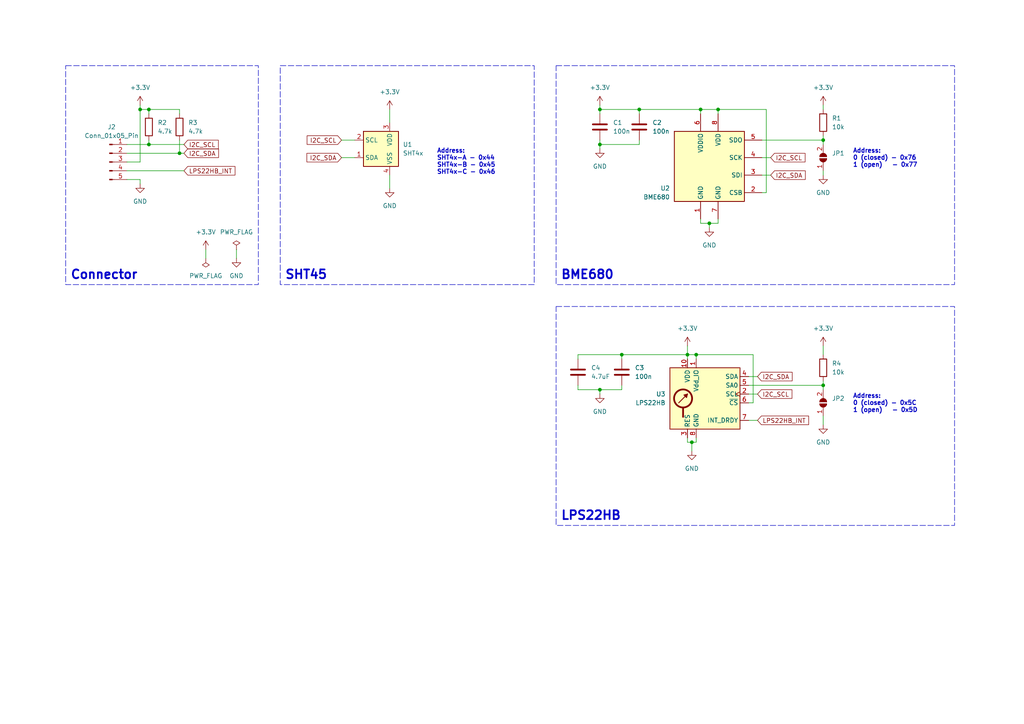
<source format=kicad_sch>
(kicad_sch (version 20230121) (generator eeschema)
  (paper "A4")
  (title_block (title "Enviroment Sensors") (date "2023-07-17") (rev "A"))
  (lib_symbols
    (symbol "Connector:Conn_01x05_Pin" (pin_names (offset 1.016) hide)
      (property "Reference" "J" (at 0 7.62 0))
      (property "Value" "Conn_01x05_Pin" (at 0 -7.62 0))
      (symbol "Conn_01x05_Pin_1_1"
        (polyline (pts (xy 1.27 -5.08) (xy 0.8636 -5.08)) (stroke (width 0.1524)))
        (polyline (pts (xy 1.27 -2.54) (xy 0.8636 -2.54)) (stroke (width 0.1524)))
        (polyline (pts (xy 1.27 0) (xy 0.8636 0)) (stroke (width 0.1524)))
        (polyline (pts (xy 1.27 2.54) (xy 0.8636 2.54)) (stroke (width 0.1524)))
        (polyline (pts (xy 1.27 5.08) (xy 0.8636 5.08)) (stroke (width 0.1524)))
        (rectangle (start 0.8636 -4.953) (end 0 -5.207) (stroke (width 0.1524)) (fill (type outline)))
        (rectangle (start 0.8636 -2.413) (end 0 -2.667) (stroke (width 0.1524)) (fill (type outline)))
        (rectangle (start 0.8636 0.127) (end 0 -0.127) (stroke (width 0.1524)) (fill (type outline)))
        (rectangle (start 0.8636 2.667) (end 0 2.413) (stroke (width 0.1524)) (fill (type outline)))
        (rectangle (start 0.8636 5.207) (end 0 4.953) (stroke (width 0.1524)) (fill (type outline)))
        (pin passive line (at 5.08 5.08 180) (length 3.81) (name "Pin_1") (number "1"))
        (pin passive line (at 5.08 2.54 180) (length 3.81) (name "Pin_2") (number "2"))
        (pin passive line (at 5.08 0 180) (length 3.81) (name "Pin_3") (number "3"))
        (pin passive line (at 5.08 -2.54 180) (length 3.81) (name "Pin_4") (number "4"))
        (pin passive line (at 5.08 -5.08 180) (length 3.81) (name "Pin_5") (number "5"))
      )
    )
    (symbol "Device:C" (pin_numbers hide) (pin_names (offset 0.254))
      (property "Reference" "C" (at 0.635 2.54 0))
      (property "Value" "C" (at 0.635 -2.54 0))
      (symbol "C_0_1"
        (polyline (pts (xy -2.032 -0.762) (xy 2.032 -0.762)) (stroke (width 0.508)))
        (polyline (pts (xy -2.032 0.762) (xy 2.032 0.762)) (stroke (width 0.508)))
      )
      (symbol "C_1_1"
        (pin passive line (at 0 3.81 270) (length 2.794) (name "~") (number "1"))
        (pin passive line (at 0 -3.81 90) (length 2.794) (name "~") (number "2"))
      )
    )
    (symbol "Device:R" (pin_numbers hide) (pin_names (offset 0))
      (property "Reference" "R" (at 2.032 0 90))
      (property "Value" "R" (at 0 0 90))
      (symbol "R_0_1"
        (rectangle (start -1.016 -2.54) (end 1.016 2.54) (stroke (width 0.254)))
      )
      (symbol "R_1_1"
        (pin passive line (at 0 3.81 270) (length 1.27) (name "~") (number "1"))
        (pin passive line (at 0 -3.81 90) (length 1.27) (name "~") (number "2"))
      )
    )
    (symbol "Jumper:SolderJumper_2_Open" (pin_names (offset 0) hide)
      (property "Reference" "JP" (at 0 2.032 0))
      (property "Value" "SolderJumper_2_Open" (at 0 -2.54 0))
      (symbol "SolderJumper_2_Open_0_1"
        (arc (start -0.254 1.016) (mid -1.2656 0) (end -0.254 -1.016))
        (arc (start -0.254 1.016) (mid -1.2656 0) (end -0.254 -1.016) (fill (type outline)))
        (polyline (pts (xy -0.254 1.016) (xy -0.254 -1.016)))
        (polyline (pts (xy 0.254 1.016) (xy 0.254 -1.016)))
        (arc (start 0.254 -1.016) (mid 1.2656 0) (end 0.254 1.016))
        (arc (start 0.254 -1.016) (mid 1.2656 0) (end 0.254 1.016) (fill (type outline)))
      )
      (symbol "SolderJumper_2_Open_1_1"
        (pin passive line (at -3.81 0 0) (length 2.54) (name "A") (number "1"))
        (pin passive line (at 3.81 0 180) (length 2.54) (name "B") (number "2"))
      )
    )
    (symbol "Sensor:BME680"
      (property "Reference" "U" (at -8.89 11.43 0))
      (property "Value" "BME680" (at 7.62 11.43 0))
      (symbol "BME680_0_1"
        (rectangle (start -10.16 10.16) (end 10.16 -10.16) (stroke (width 0.254)) (fill (type background)))
      )
      (symbol "BME680_1_1"
        (pin power_in line (at -2.54 -15.24 90) (length 5.08) (name "GND") (number "1"))
        (pin input line (at 15.24 -7.62 180) (length 5.08) (name "CSB") (number "2"))
        (pin bidirectional line (at 15.24 -2.54 180) (length 5.08) (name "SDI") (number "3"))
        (pin input line (at 15.24 2.54 180) (length 5.08) (name "SCK") (number "4"))
        (pin bidirectional line (at 15.24 7.62 180) (length 5.08) (name "SDO") (number "5"))
        (pin power_in line (at -2.54 15.24 270) (length 5.08) (name "VDDIO") (number "6"))
        (pin power_in line (at 2.54 -15.24 90) (length 5.08) (name "GND") (number "7"))
        (pin power_in line (at 2.54 15.24 270) (length 5.08) (name "VDD") (number "8"))
      )
    )
    (symbol "Sensor_Humidity:SHT4x"
      (property "Reference" "U" (at 0 8.89 0))
      (property "Value" "SHT4x" (at 0 6.35 0))
      (symbol "SHT4x_1_1"
        (rectangle (start -5.08 5.08) (end 5.08 -5.08) (stroke (width 0.254)) (fill (type background)))
        (pin bidirectional line (at -7.62 -2.54 0) (length 2.54) (name "SDA") (number "1"))
        (pin input line (at -7.62 2.54 0) (length 2.54) (name "SCL") (number "2"))
        (pin power_in line (at 2.54 7.62 270) (length 2.54) (name "VDD") (number "3"))
        (pin power_in line (at 2.54 -7.62 90) (length 2.54) (name "VSS") (number "4"))
      )
    )
    (symbol "Sensor_Pressure:LPS22HB"
      (property "Reference" "U" (at -11.43 1.27 0))
      (property "Value" "LPS22HB" (at -11.43 -1.27 0))
      (symbol "LPS22HB_0_1"
        (rectangle (start -10.16 10.16) (end 10.16 -7.62) (stroke (width 0.254)) (fill (type background)))
        (circle (center -6.35 1.27) (radius 2.6162) (stroke (width 0.508)))
        (polyline (pts (xy -7.62 0) (xy -5.08 2.54)) (stroke (width 0.254)))
        (polyline (pts (xy -6.35 -1.524) (xy -6.35 -4.064)) (stroke (width 0.508)))
        (polyline (pts (xy -5.08 2.54) (xy -5.334 1.524) (xy -6.096 2.286) (xy -5.08 2.54)) (stroke (width 0.254)) (fill (type outline)))
      )
      (symbol "LPS22HB_1_1"
        (pin power_in line (at -2.54 12.7 270) (length 2.54) (name "Vdd_IO") (number "1"))
        (pin power_in line (at -5.08 12.7 270) (length 2.54) (name "VDD") (number "10"))
        (pin input clock (at 12.7 2.54 180) (length 2.54) (name "SCL") (number "2"))
        (pin passive line (at -5.08 -10.16 90) (length 2.54) (name "RES") (number "3"))
        (pin bidirectional line (at 12.7 7.62 180) (length 2.54) (name "SDA") (number "4"))
        (pin input line (at 12.7 5.08 180) (length 2.54) (name "SA0") (number "5"))
        (pin input line (at 12.7 0 180) (length 2.54) (name "~{CS}") (number "6"))
        (pin output line (at 12.7 -5.08 180) (length 2.54) (name "INT_DRDY") (number "7"))
        (pin power_in line (at -2.54 -10.16 90) (length 2.54) (name "GND") (number "8"))
        (pin passive line (at -2.54 -10.16 90) (length 2.54) hide (name "GND") (number "9"))
      )
    )
    (symbol "power:+3.3V" (power) (pin_names (offset 0))
      (property "Value" "+3.3V" (at 0 3.556 0))
      (symbol "+3.3V_0_1"
        (polyline (pts (xy -0.762 1.27) (xy 0 2.54)))
        (polyline (pts (xy 0 0) (xy 0 2.54)))
        (polyline (pts (xy 0 2.54) (xy 0.762 1.27)))
      )
      (symbol "+3.3V_1_1"
        (pin power_in line (at 0 0 90) (length 0) hide (name "+3.3V") (number "1"))
      )
    )
    (symbol "power:GND" (power) (pin_names (offset 0))
      (property "Value" "GND" (at 0 -3.81 0))
      (symbol "GND_0_1"
        (polyline (pts (xy 0 0) (xy 0 -1.27) (xy 1.27 -1.27) (xy 0 -2.54) (xy -1.27 -1.27) (xy 0 -1.27)))
      )
      (symbol "GND_1_1"
        (pin power_in line (at 0 0 270) (length 0) hide (name "GND") (number "1"))
      )
    )
    (symbol "power:PWR_FLAG" (power) (pin_numbers hide) (pin_names (offset 0) hide)
      (property "Value" "PWR_FLAG" (at 0 3.81 0))
      (symbol "PWR_FLAG_0_0"
        (pin power_out line (at 0 0 90) (length 0) (name "pwr") (number "1"))
      )
      (symbol "PWR_FLAG_0_1"
        (polyline (pts (xy 0 0) (xy 0 1.27) (xy -1.016 1.905) (xy 0 2.54) (xy 1.016 1.905) (xy 0 1.27)))
      )
    )
  )
  (junction (at 203.2 31.75))
  (junction (at 185.42 31.75))
  (junction (at 40.64 31.75))
  (junction (at 180.34 102.87))
  (junction (at 208.28 31.75))
  (junction (at 238.76 111.76))
  (junction (at 52.07 44.45))
  (junction (at 205.74 64.77))
  (junction (at 173.99 31.75))
  (junction (at 199.39 102.87))
  (junction (at 173.99 41.91))
  (junction (at 238.76 40.64))
  (junction (at 43.18 41.91))
  (junction (at 173.99 113.03))
  (junction (at 201.93 102.87))
  (junction (at 200.66 128.27))
  (junction (at 43.18 31.75))
  (wire (pts (xy 205.74 66.04) (xy 205.74 64.77)))
  (wire (pts (xy 218.44 102.87) (xy 201.93 102.87)))
  (wire (pts (xy 199.39 102.87) (xy 199.39 104.14)))
  (wire (pts (xy 200.66 130.81) (xy 200.66 128.27)))
  (wire (pts (xy 40.64 30.48) (xy 40.64 31.75)))
  (wire (pts (xy 222.25 31.75) (xy 208.28 31.75)))
  (wire (pts (xy 167.64 102.87) (xy 167.64 104.14)))
  (wire (pts (xy 222.25 55.88) (xy 222.25 31.75)))
  (wire (pts (xy 173.99 41.91) (xy 173.99 43.18)))
  (wire (pts (xy 238.76 39.37) (xy 238.76 40.64)))
  (wire (pts (xy 52.07 40.64) (xy 52.07 44.45)))
  (wire (pts (xy 199.39 128.27) (xy 200.66 128.27)))
  (wire (pts (xy 185.42 31.75) (xy 203.2 31.75)))
  (wire (pts (xy 208.28 63.5) (xy 208.28 64.77)))
  (wire (pts (xy 167.64 111.76) (xy 167.64 113.03)))
  (wire (pts (xy 180.34 113.03) (xy 180.34 111.76)))
  (wire (pts (xy 203.2 64.77) (xy 205.74 64.77)))
  (wire (pts (xy 220.98 55.88) (xy 222.25 55.88)))
  (wire (pts (xy 199.39 100.33) (xy 199.39 102.87)))
  (wire (pts (xy 173.99 113.03) (xy 180.34 113.03)))
  (wire (pts (xy 113.03 50.8) (xy 113.03 54.61)))
  (wire (pts (xy 219.71 121.92) (xy 217.17 121.92)))
  (wire (pts (xy 36.83 52.07) (xy 40.64 52.07)))
  (wire (pts (xy 43.18 41.91) (xy 53.34 41.91)))
  (wire (pts (xy 220.98 40.64) (xy 238.76 40.64)))
  (wire (pts (xy 208.28 31.75) (xy 208.28 33.02)))
  (wire (pts (xy 203.2 63.5) (xy 203.2 64.77)))
  (wire (pts (xy 102.87 45.72) (xy 99.06 45.72)))
  (wire (pts (xy 36.83 49.53) (xy 53.34 49.53)))
  (wire (pts (xy 43.18 40.64) (xy 43.18 41.91)))
  (wire (pts (xy 217.17 111.76) (xy 238.76 111.76)))
  (wire (pts (xy 223.52 45.72) (xy 220.98 45.72)))
  (wire (pts (xy 173.99 114.3) (xy 173.99 113.03)))
  (wire (pts (xy 238.76 110.49) (xy 238.76 111.76)))
  (wire (pts (xy 59.69 72.39) (xy 59.69 74.93)))
  (wire (pts (xy 199.39 102.87) (xy 201.93 102.87)))
  (wire (pts (xy 203.2 33.02) (xy 203.2 31.75)))
  (wire (pts (xy 200.66 128.27) (xy 201.93 128.27)))
  (wire (pts (xy 167.64 102.87) (xy 180.34 102.87)))
  (wire (pts (xy 68.58 74.93) (xy 68.58 72.39)))
  (wire (pts (xy 180.34 102.87) (xy 199.39 102.87)))
  (wire (pts (xy 238.76 30.48) (xy 238.76 31.75)))
  (wire (pts (xy 203.2 31.75) (xy 208.28 31.75)))
  (wire (pts (xy 43.18 33.02) (xy 43.18 31.75)))
  (wire (pts (xy 238.76 100.33) (xy 238.76 102.87)))
  (wire (pts (xy 217.17 109.22) (xy 219.71 109.22)))
  (wire (pts (xy 238.76 49.53) (xy 238.76 50.8)))
  (wire (pts (xy 238.76 111.76) (xy 238.76 113.03)))
  (wire (pts (xy 217.17 116.84) (xy 218.44 116.84)))
  (wire (pts (xy 180.34 104.14) (xy 180.34 102.87)))
  (wire (pts (xy 113.03 31.75) (xy 113.03 35.56)))
  (wire (pts (xy 185.42 31.75) (xy 185.42 33.02)))
  (wire (pts (xy 223.52 50.8) (xy 220.98 50.8)))
  (wire (pts (xy 208.28 64.77) (xy 205.74 64.77)))
  (wire (pts (xy 40.64 53.34) (xy 40.64 52.07)))
  (wire (pts (xy 217.17 114.3) (xy 219.71 114.3)))
  (wire (pts (xy 173.99 33.02) (xy 173.99 31.75)))
  (wire (pts (xy 185.42 40.64) (xy 185.42 41.91)))
  (wire (pts (xy 52.07 44.45) (xy 53.34 44.45)))
  (wire (pts (xy 173.99 31.75) (xy 185.42 31.75)))
  (wire (pts (xy 40.64 31.75) (xy 40.64 46.99)))
  (wire (pts (xy 36.83 44.45) (xy 52.07 44.45)))
  (wire (pts (xy 201.93 102.87) (xy 201.93 104.14)))
  (wire (pts (xy 238.76 40.64) (xy 238.76 41.91)))
  (wire (pts (xy 36.83 46.99) (xy 40.64 46.99)))
  (wire (pts (xy 40.64 31.75) (xy 43.18 31.75)))
  (wire (pts (xy 167.64 113.03) (xy 173.99 113.03)))
  (wire (pts (xy 218.44 116.84) (xy 218.44 102.87)))
  (wire (pts (xy 36.83 41.91) (xy 43.18 41.91)))
  (wire (pts (xy 43.18 31.75) (xy 52.07 31.75)))
  (wire (pts (xy 173.99 41.91) (xy 185.42 41.91)))
  (wire (pts (xy 102.87 40.64) (xy 99.06 40.64)))
  (wire (pts (xy 173.99 41.91) (xy 173.99 40.64)))
  (wire (pts (xy 173.99 30.48) (xy 173.99 31.75)))
  (wire (pts (xy 201.93 127) (xy 201.93 128.27)))
  (wire (pts (xy 52.07 31.75) (xy 52.07 33.02)))
  (wire (pts (xy 238.76 120.65) (xy 238.76 123.19)))
  (wire (pts (xy 199.39 127) (xy 199.39 128.27)))
  (rectangle (start 161.29 88.9) (end 276.86 152.4) (stroke (width 0) (type dash)))
  (rectangle (start 19.05 19.05) (end 74.93 82.55) (stroke (width 0) (type dash)))
  (rectangle (start 81.28 19.05) (end 154.94 82.55) (stroke (width 0) (type dash)))
  (rectangle (start 161.29 19.05) (end 276.86 82.55) (stroke (width 0) (type dash)))
  (text_box "Address:\n0 (closed) - 0x76\n1 (open)   - 0x77" (at 246.38 41.91 0) (size 21.59 7.62) (stroke (width -0.0001)) (effects (font (size 1.27 1.27) bold) (justify left top)))
  (text_box "Address:\n0 (closed) - 0x5C\n1 (open)   - 0x5D" (at 246.38 113.03 0) (size 21.59 7.62) (stroke (width -0.0001)) (effects (font (size 1.27 1.27) bold) (justify left top)))
  (text_box "Address:\nSHT4x-A - 0x44\nSHT4x-B - 0x45\nSHT4x-C - 0x46" (at 125.73 41.91 0) (size 21.59 7.62) (stroke (width -0.0001)) (effects (font (size 1.27 1.27) bold) (justify left top)))
  (text "Connector" (at 20.32 81.28 0) (effects (font (size 2.54 2.54) (thickness 0.508) bold) (justify left bottom)))
  (text "BME680" (at 162.56 81.28 0) (effects (font (size 2.54 2.54) (thickness 0.508) bold) (justify left bottom)))
  (text "LPS22HB" (at 162.56 151.13 0) (effects (font (size 2.54 2.54) (thickness 0.508) bold) (justify left bottom)))
  (text "SHT45\n" (at 82.55 81.28 0) (effects (font (size 2.54 2.54) (thickness 0.508) bold) (justify left bottom)))
  (global_label "I2C_SDA" (shape input) (at 223.52 50.8 0) (property "Intersheetrefs" "${INTERSHEET_REFS}" (effects hide)))
  (global_label "I2C_SDA" (shape input) (at 219.71 109.22 0) (property "Intersheetrefs" "${INTERSHEET_REFS}" (effects hide)))
  (global_label "I2C_SCL" (shape input) (at 223.52 45.72 0) (property "Intersheetrefs" "${INTERSHEET_REFS}" (effects hide)))
  (global_label "I2C_SDA" (shape input) (at 53.34 44.45 0) (property "Intersheetrefs" "${INTERSHEET_REFS}" (effects hide)))
  (global_label "I2C_SCL" (shape input) (at 219.71 114.3 0) (property "Intersheetrefs" "${INTERSHEET_REFS}" (effects hide)))
  (global_label "LPS22HB_INT" (shape input) (at 219.71 121.92 0) (property "Intersheetrefs" "${INTERSHEET_REFS}" (effects hide)))
  (global_label "LPS22HB_INT" (shape input) (at 53.34 49.53 0) (property "Intersheetrefs" "${INTERSHEET_REFS}" (effects hide)))
  (global_label "I2C_SCL" (shape input) (at 99.06 40.64 180) (property "Intersheetrefs" "${INTERSHEET_REFS}" (effects hide)))
  (global_label "I2C_SDA" (shape input) (at 99.06 45.72 180) (property "Intersheetrefs" "${INTERSHEET_REFS}" (effects hide)))
  (global_label "I2C_SCL" (shape input) (at 53.34 41.91 0) (property "Intersheetrefs" "${INTERSHEET_REFS}" (effects hide)))
  (symbol (lib_id "Jumper:SolderJumper_2_Open") (at 238.76 45.72 90) (unit 1)
    (property "Reference" "JP1" (at 241.3 44.45 90) (effects (justify right)))
    (property "Value" "SolderJumper_2_Open" (effects hide))
    (property "Footprint" "Jumper:SolderJumper-2_P1.3mm_Open_TrianglePad1.0x1.5mm" (effects hide))
  )
  (symbol (lib_id "power:+3.3V") (at 40.64 30.48 0) (unit 1)
    (property "Reference" "#PWR08" (effects hide))
    (property "Value" "+3.3V" (at 40.64 25.4 0))
  )
  (symbol (lib_id "power:+3.3V") (at 238.76 30.48 0) (unit 1)
    (property "Reference" "#PWR07" (effects hide))
    (property "Value" "+3.3V" (at 238.76 25.4 0))
  )
  (symbol (lib_id "power:PWR_FLAG") (at 68.58 72.39 0) (unit 1)
    (property "Reference" "#FLG02" (effects hide))
    (property "Value" "PWR_FLAG" (at 68.58 67.31 0))
  )
  (symbol (lib_id "Device:C") (at 173.99 36.83 0) (unit 1)
    (property "Reference" "C1" (at 177.8 35.56 0) (effects (justify left)))
    (property "Value" "100n" (at 177.8 38.1 0) (effects (justify left)))
    (property "Footprint" "Capacitor_SMD:C_0201_0603Metric_Pad0.64x0.40mm_HandSolder" (effects hide))
  )
  (symbol (lib_id "power:GND") (at 113.03 54.61 0) (unit 1)
    (property "Reference" "#PWR02" (effects hide))
    (property "Value" "GND" (at 113.03 59.69 0))
  )
  (symbol (lib_id "power:GND") (at 173.99 114.3 0) (unit 1)
    (property "Reference" "#PWR014" (effects hide))
    (property "Value" "GND" (at 173.99 119.38 0))
  )
  (symbol (lib_id "power:GND") (at 238.76 123.19 0) (unit 1)
    (property "Reference" "#PWR013" (effects hide))
    (property "Value" "GND" (at 238.76 128.27 0))
  )
  (symbol (lib_id "power:PWR_FLAG") (at 59.69 74.93 180) (unit 1)
    (property "Reference" "#FLG01" (effects hide))
    (property "Value" "PWR_FLAG" (at 59.69 80.01 0))
  )
  (symbol (lib_id "Connector:Conn_01x05_Pin") (at 31.75 46.99 0) (unit 1)
    (property "Reference" "J2" (at 32.385 36.83 0))
    (property "Value" "Conn_01x05_Pin" (at 32.385 39.37 0))
    (property "Footprint" "Connector_JST:JST_PH_S5B-PH-K_1x05_P2.00mm_Horizontal" (effects hide))
  )
  (symbol (lib_id "power:GND") (at 200.66 130.81 0) (unit 1)
    (property "Reference" "#PWR011" (effects hide))
    (property "Value" "GND" (at 200.66 135.89 0))
  )
  (symbol (lib_id "power:+3.3V") (at 173.99 30.48 0) (unit 1)
    (property "Reference" "#PWR04" (effects hide))
    (property "Value" "+3.3V" (at 173.99 25.4 0))
  )
  (symbol (lib_id "power:+3.3V") (at 59.69 72.39 0) (unit 1)
    (property "Reference" "#PWR015" (effects hide))
    (property "Value" "+3.3V" (at 59.69 67.31 0))
  )
  (symbol (lib_id "power:GND") (at 173.99 43.18 0) (unit 1)
    (property "Reference" "#PWR05" (effects hide))
    (property "Value" "GND" (at 173.99 48.26 0))
  )
  (symbol (lib_id "Device:R") (at 52.07 36.83 180) (unit 1)
    (property "Reference" "R3" (at 54.61 35.56 0) (effects (justify right)))
    (property "Value" "4.7k" (at 54.61 38.1 0) (effects (justify right)))
    (property "Footprint" "Resistor_SMD:R_0201_0603Metric_Pad0.64x0.40mm_HandSolder" (effects hide))
  )
  (symbol (lib_id "power:GND") (at 40.64 53.34 0) (unit 1)
    (property "Reference" "#PWR09" (effects hide))
    (property "Value" "GND" (at 40.64 58.42 0))
  )
  (symbol (lib_id "Device:R") (at 43.18 36.83 0) (unit 1)
    (property "Reference" "R2" (at 45.72 35.56 0) (effects (justify left)))
    (property "Value" "4.7k" (at 45.72 38.1 0) (effects (justify left)))
    (property "Footprint" "Resistor_SMD:R_0201_0603Metric_Pad0.64x0.40mm_HandSolder" (effects hide))
  )
  (symbol (lib_id "Sensor_Pressure:LPS22HB") (at 204.47 116.84 0) (unit 1)
    (property "Reference" "U3" (at 193.04 114.3 0) (effects (justify right)))
    (property "Value" "LPS22HB" (at 193.04 116.84 0) (effects (justify right)))
    (property "Footprint" "Package_LGA:ST_HLGA-10_2x2mm_P0.5mm_LayoutBorder3x2y" (effects hide))
    (property "Datasheet" "https://www.st.com/resource/en/datasheet/lps22hb.pdf" (effects hide))
  )
  (symbol (lib_id "power:GND") (at 238.76 50.8 0) (unit 1)
    (property "Reference" "#PWR06" (effects hide))
    (property "Value" "GND" (at 238.76 55.88 0))
  )
  (symbol (lib_id "power:+3.3V") (at 238.76 100.33 0) (unit 1)
    (property "Reference" "#PWR012" (effects hide))
    (property "Value" "+3.3V" (at 238.76 95.25 0))
  )
  (symbol (lib_id "Device:R") (at 238.76 35.56 0) (unit 1)
    (property "Reference" "R1" (at 241.3 34.29 0) (effects (justify left)))
    (property "Value" "10k" (at 241.3 36.83 0) (effects (justify left)))
    (property "Footprint" "Resistor_SMD:R_0201_0603Metric_Pad0.64x0.40mm_HandSolder" (effects hide))
  )
  (symbol (lib_id "power:+3.3V") (at 199.39 100.33 0) (unit 1)
    (property "Reference" "#PWR010" (effects hide))
    (property "Value" "+3.3V" (at 199.39 95.25 0))
  )
  (symbol (lib_id "Device:C") (at 185.42 36.83 0) (unit 1)
    (property "Reference" "C2" (at 189.23 35.56 0) (effects (justify left)))
    (property "Value" "100n" (at 189.23 38.1 0) (effects (justify left)))
    (property "Footprint" "Capacitor_SMD:C_0201_0603Metric_Pad0.64x0.40mm_HandSolder" (effects hide))
  )
  (symbol (lib_id "Sensor:BME680") (at 205.74 48.26 0) (unit 1)
    (property "Reference" "U2" (at 194.31 54.61 0) (effects (justify right)))
    (property "Value" "BME680" (at 194.31 57.15 0) (effects (justify right)))
    (property "Footprint" "Package_LGA:Bosch_LGA-8_3x3mm_P0.8mm_ClockwisePinNumbering" (effects hide))
    (property "Datasheet" "https://ae-bst.resource.bosch.com/media/_tech/media/datasheets/BST-BME680-DS001.pdf" (effects hide))
  )
  (symbol (lib_id "Device:R") (at 238.76 106.68 0) (unit 1)
    (property "Reference" "R4" (at 241.3 105.41 0) (effects (justify left)))
    (property "Value" "10k" (at 241.3 107.95 0) (effects (justify left)))
    (property "Footprint" "Resistor_SMD:R_0201_0603Metric_Pad0.64x0.40mm_HandSolder" (effects hide))
  )
  (symbol (lib_id "power:GND") (at 68.58 74.93 0) (unit 1)
    (property "Reference" "#PWR016" (effects hide))
    (property "Value" "GND" (at 68.58 80.01 0))
  )
  (symbol (lib_id "power:+3.3V") (at 113.03 31.75 0) (unit 1)
    (property "Reference" "#PWR01" (effects hide))
    (property "Value" "+3.3V" (at 113.03 26.67 0))
  )
  (symbol (lib_id "Device:C") (at 167.64 107.95 0) (unit 1)
    (property "Reference" "C4" (at 171.45 106.68 0) (effects (justify left)))
    (property "Value" "4.7uF" (at 171.45 109.22 0) (effects (justify left)))
    (property "Footprint" "Capacitor_SMD:C_0201_0603Metric_Pad0.64x0.40mm_HandSolder" (effects hide))
  )
  (symbol (lib_id "Jumper:SolderJumper_2_Open") (at 238.76 116.84 90) (unit 1)
    (property "Reference" "JP2" (at 241.3 115.57 90) (effects (justify right)))
    (property "Value" "SolderJumper_2_Open" (effects hide))
    (property "Footprint" "Jumper:SolderJumper-2_P1.3mm_Open_TrianglePad1.0x1.5mm" (effects hide))
  )
  (symbol (lib_id "power:GND") (at 205.74 66.04 0) (unit 1)
    (property "Reference" "#PWR03" (effects hide))
    (property "Value" "GND" (at 205.74 71.12 0))
  )
  (symbol (lib_id "Device:C") (at 180.34 107.95 0) (unit 1)
    (property "Reference" "C3" (at 184.15 106.68 0) (effects (justify left)))
    (property "Value" "100n" (at 184.15 109.22 0) (effects (justify left)))
    (property "Footprint" "Capacitor_SMD:C_0201_0603Metric_Pad0.64x0.40mm_HandSolder" (effects hide))
  )
  (symbol (lib_id "Sensor_Humidity:SHT4x") (at 110.49 43.18 0) (unit 1)
    (property "Reference" "U1" (at 116.84 41.91 0) (effects (justify left)))
    (property "Value" "SHT4x" (at 116.84 44.45 0) (effects (justify left)))
    (property "Footprint" "Sensor_Humidity:Sensirion_DFN-4_1.5x1.5mm_P0.8mm_SHT4x_NoCentralPad" (effects hide))
    (property "Datasheet" "https://sensirion.com/media/documents/33FD6951/624C4357/Datasheet_SHT4x.pdf" (effects hide))
  )
)
</source>
